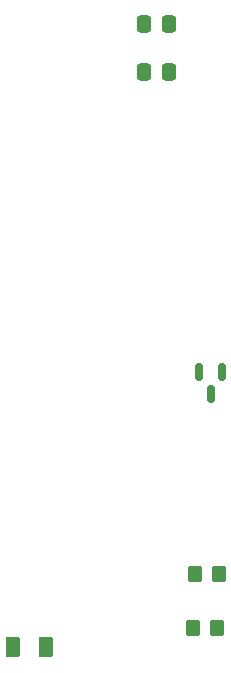
<source format=gbr>
%TF.GenerationSoftware,KiCad,Pcbnew,8.0.8-unknown-202501290020~8b811aa383~ubuntu24.04.1*%
%TF.CreationDate,2025-03-07T17:37:34-05:00*%
%TF.ProjectId,Acceleration Logger,41636365-6c65-4726-9174-696f6e204c6f,rev?*%
%TF.SameCoordinates,Original*%
%TF.FileFunction,Paste,Top*%
%TF.FilePolarity,Positive*%
%FSLAX46Y46*%
G04 Gerber Fmt 4.6, Leading zero omitted, Abs format (unit mm)*
G04 Created by KiCad (PCBNEW 8.0.8-unknown-202501290020~8b811aa383~ubuntu24.04.1) date 2025-03-07 17:37:34*
%MOMM*%
%LPD*%
G01*
G04 APERTURE LIST*
G04 Aperture macros list*
%AMRoundRect*
0 Rectangle with rounded corners*
0 $1 Rounding radius*
0 $2 $3 $4 $5 $6 $7 $8 $9 X,Y pos of 4 corners*
0 Add a 4 corners polygon primitive as box body*
4,1,4,$2,$3,$4,$5,$6,$7,$8,$9,$2,$3,0*
0 Add four circle primitives for the rounded corners*
1,1,$1+$1,$2,$3*
1,1,$1+$1,$4,$5*
1,1,$1+$1,$6,$7*
1,1,$1+$1,$8,$9*
0 Add four rect primitives between the rounded corners*
20,1,$1+$1,$2,$3,$4,$5,0*
20,1,$1+$1,$4,$5,$6,$7,0*
20,1,$1+$1,$6,$7,$8,$9,0*
20,1,$1+$1,$8,$9,$2,$3,0*%
G04 Aperture macros list end*
%ADD10RoundRect,0.250000X-0.350000X-0.450000X0.350000X-0.450000X0.350000X0.450000X-0.350000X0.450000X0*%
%ADD11RoundRect,0.250000X-0.337500X-0.475000X0.337500X-0.475000X0.337500X0.475000X-0.337500X0.475000X0*%
%ADD12RoundRect,0.250000X0.375000X0.625000X-0.375000X0.625000X-0.375000X-0.625000X0.375000X-0.625000X0*%
%ADD13RoundRect,0.150000X-0.150000X0.587500X-0.150000X-0.587500X0.150000X-0.587500X0.150000X0.587500X0*%
G04 APERTURE END LIST*
D10*
%TO.C,R2*%
X156500000Y-118840000D03*
X158500000Y-118840000D03*
%TD*%
D11*
%TO.C,C1*%
X152185000Y-72230000D03*
X154260000Y-72230000D03*
%TD*%
%TO.C,C2*%
X152185000Y-76330000D03*
X154260000Y-76330000D03*
%TD*%
D10*
%TO.C,R1*%
X156360000Y-123390000D03*
X158360000Y-123390000D03*
%TD*%
D12*
%TO.C,D1*%
X143880000Y-124950000D03*
X141080000Y-124950000D03*
%TD*%
D13*
%TO.C,Q1*%
X158772500Y-101672500D03*
X156872500Y-101672500D03*
X157822500Y-103547500D03*
%TD*%
M02*

</source>
